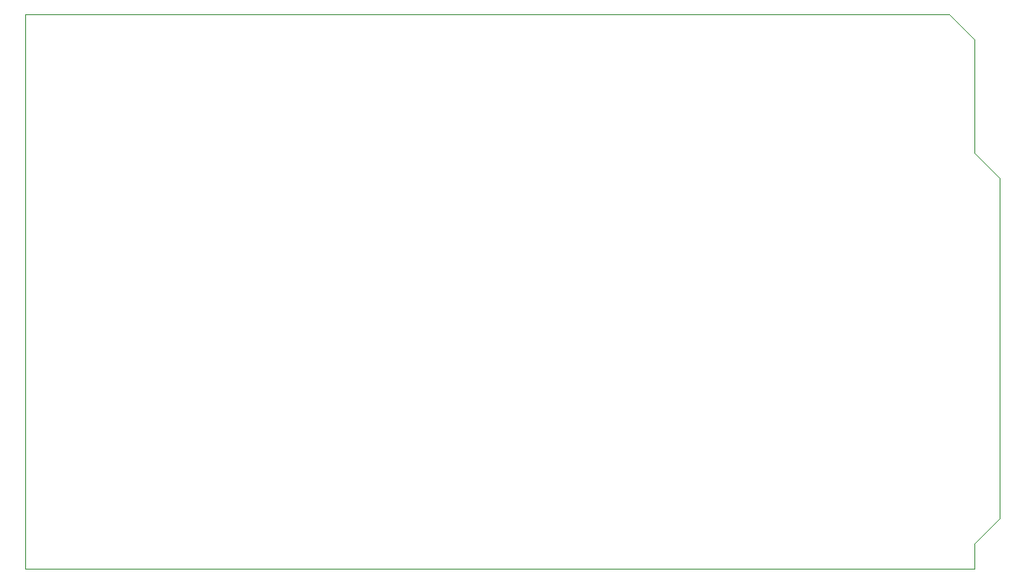
<source format=gbr>
%TF.GenerationSoftware,KiCad,Pcbnew,7.0.6*%
%TF.CreationDate,2023-09-19T17:20:12+08:00*%
%TF.ProjectId,Control Panel Mega Shield,436f6e74-726f-46c2-9050-616e656c204d,0*%
%TF.SameCoordinates,Original*%
%TF.FileFunction,Profile,NP*%
%FSLAX46Y46*%
G04 Gerber Fmt 4.6, Leading zero omitted, Abs format (unit mm)*
G04 Created by KiCad (PCBNEW 7.0.6) date 2023-09-19 17:20:12*
%MOMM*%
%LPD*%
G01*
G04 APERTURE LIST*
%TA.AperFunction,Profile*%
%ADD10C,0.100000*%
%TD*%
G04 APERTURE END LIST*
D10*
X100330000Y-1270000D02*
X100330000Y-12700000D01*
X102870000Y-15240000D01*
X102870000Y-49530000D01*
X100330000Y-52070000D01*
X100330000Y-54610000D01*
X4730000Y-54610000D01*
X4730000Y1270000D01*
X97790000Y1270000D01*
X100330000Y-1270000D01*
M02*

</source>
